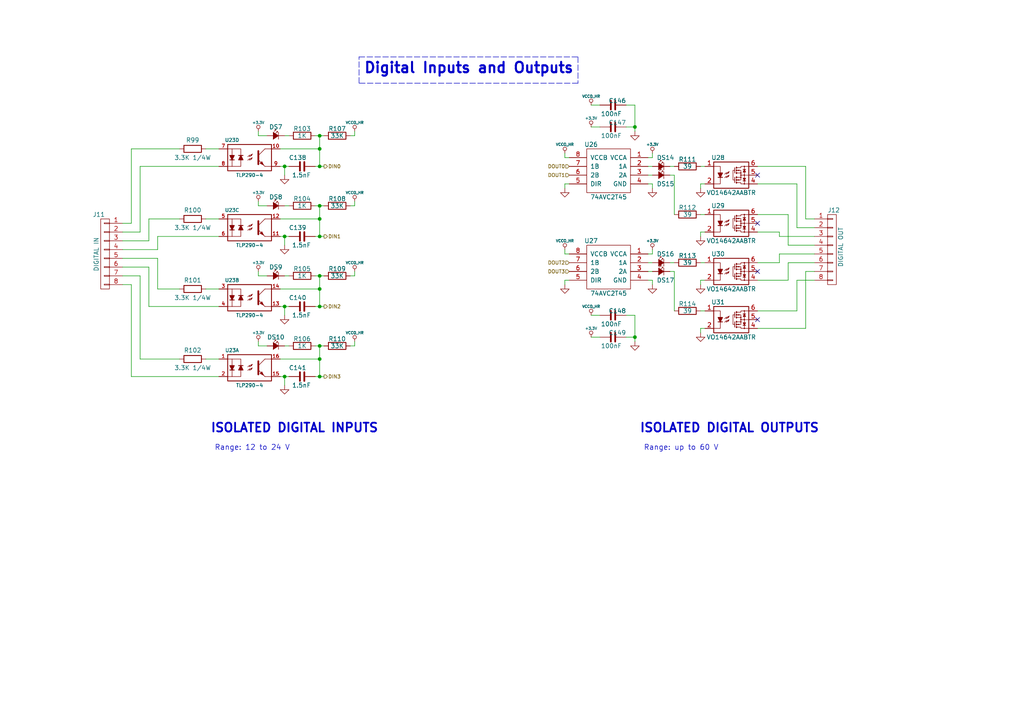
<source format=kicad_sch>
(kicad_sch (version 20231120) (generator "eeschema") (generator_version "8.0")
  (paper "A4")
  (title_block (title "CIAA-ACC Digital Inputs and Outputs") (date "2019-08-28") (rev "V1.4") (company "COMPUTADORA INDUSTRIAL ABIERTA ARGENTINA. CIAA-ACC (HPC)") (comment 1 "Authors: See 'doc/CHANGES.txt' file.      License: See 'doc/LICENCIA_CIAA_ACC.txt' file."))
  (lib_symbols
    (symbol "CIAA_ACC:+3.3V" (power) (pin_names (offset 1.016))
      (property "Value" "+3.3V" (at 0 2.286 0))
      (symbol "+3.3V_0_0"
        (pin power_in line (at 0 0 90) (length 0) hide (name "+3.3V") (number "1"))
      )
      (symbol "+3.3V_0_1"
        (polyline (pts (xy 0 0) (xy 0 0.762) (xy 0 0.762) (xy 0 0.762)))
        (circle (center 0 1.27) (radius 0.508))
      )
    )
    (symbol "CIAA_ACC:74AVC2T45" (pin_names (offset 1.016))
      (property "Reference" "U" (at -5.08 5.08 0))
      (property "Value" "74AVC2T45" (at 0 -10.16 0))
      (symbol "74AVC2T45_0_1"
        (rectangle (start -6.35 3.81) (end 6.35 -8.89))
      )
      (symbol "74AVC2T45_1_1"
        (pin power_in line (at -11.43 1.27 0) (length 5.08) (name "VCCA") (number "1"))
        (pin bidirectional line (at -11.43 -1.27 0) (length 5.08) (name "1A") (number "2"))
        (pin bidirectional line (at -11.43 -3.81 0) (length 5.08) (name "2A") (number "3"))
        (pin power_in line (at -11.43 -6.35 0) (length 5.08) (name "GND") (number "4"))
        (pin input line (at 11.43 -6.35 180) (length 5.08) (name "DIR") (number "5"))
        (pin bidirectional line (at 11.43 -3.81 180) (length 5.08) (name "2B") (number "6"))
        (pin bidirectional line (at 11.43 -1.27 180) (length 5.08) (name "1B") (number "7"))
        (pin power_in line (at 11.43 1.27 180) (length 5.08) (name "VCCB") (number "8"))
      )
    )
    (symbol "CIAA_ACC:C" (pin_numbers hide) (pin_names (offset 0.254))
      (property "Reference" "C" (at 0.635 2.54 0))
      (property "Value" "C" (at 0.635 -2.54 0))
      (symbol "C_0_1"
        (polyline (pts (xy -1.27 -0.635) (xy 1.27 -0.635)) (stroke (width 0.508)))
        (polyline (pts (xy -1.27 0.635) (xy 1.27 0.635)) (stroke (width 0.508)))
        (polyline (pts (xy 0 -1.016) (xy 0 -0.635)))
        (polyline (pts (xy 0 1.016) (xy 0 0.635)))
      )
      (symbol "C_1_1"
        (pin passive line (at 0 3.81 270) (length 2.794) (name "~") (number "1"))
        (pin passive line (at 0 -3.81 90) (length 2.794) (name "~") (number "2"))
      )
    )
    (symbol "CIAA_ACC:CONN_01X08" (pin_names (offset 1.016) hide)
      (property "Reference" "J" (at 0 11.43 0))
      (property "Value" "CONN_01X08" (at 2.54 0 90))
      (symbol "CONN_01X08_0_1"
        (rectangle (start -1.27 -10.16) (end 1.27 10.16))
        (rectangle (start -1.27 -8.763) (end 0.254 -9.017))
        (rectangle (start -1.27 -6.223) (end 0.254 -6.477))
        (rectangle (start -1.27 -3.683) (end 0.254 -3.937))
        (rectangle (start -1.27 -1.143) (end 0.254 -1.397))
        (rectangle (start -1.27 1.397) (end 0.254 1.143))
        (rectangle (start -1.27 3.937) (end 0.254 3.683))
        (rectangle (start -1.27 6.477) (end 0.254 6.223))
        (rectangle (start -1.27 9.017) (end 0.254 8.763))
      )
      (symbol "CONN_01X08_1_1"
        (pin passive line (at -5.08 8.89 0) (length 3.81) (name "P1") (number "1"))
        (pin passive line (at -5.08 6.35 0) (length 3.81) (name "P2") (number "2"))
        (pin passive line (at -5.08 3.81 0) (length 3.81) (name "P3") (number "3"))
        (pin passive line (at -5.08 1.27 0) (length 3.81) (name "P4") (number "4"))
        (pin passive line (at -5.08 -1.27 0) (length 3.81) (name "P5") (number "5"))
        (pin passive line (at -5.08 -3.81 0) (length 3.81) (name "P6") (number "6"))
        (pin passive line (at -5.08 -6.35 0) (length 3.81) (name "P7") (number "7"))
        (pin passive line (at -5.08 -8.89 0) (length 3.81) (name "P8") (number "8"))
      )
    )
    (symbol "CIAA_ACC:GND" (power) (pin_names (offset 0))
      (property "Value" "GND" (at 0 -3.81 0))
      (symbol "GND_0_1"
        (polyline (pts (xy 0 0) (xy 0 -1.27) (xy 1.27 -1.27) (xy 0 -2.54) (xy -1.27 -1.27) (xy 0 -1.27)))
      )
      (symbol "GND_1_1"
        (pin power_in line (at 0 0 270) (length 0) hide (name "GND") (number "1"))
      )
    )
    (symbol "CIAA_ACC:LED" (pin_numbers hide) (pin_names (offset 0.254) hide)
      (property "Reference" "DS" (at -1.27 3.175 0))
      (property "Value" "LED" (at -1.27 -2.54 0))
      (symbol "LED_0_1"
        (polyline (pts (xy -0.762 -1.016) (xy -0.762 1.016)))
        (polyline (pts (xy 0.762 -1.016) (xy -0.762 0) (xy 0.762 1.016) (xy 0.762 -1.016)) (fill (type outline)))
        (polyline (pts (xy 0 0.762) (xy -0.508 1.27) (xy -0.254 1.27) (xy -0.508 1.27) (xy -0.508 1.016)))
        (polyline (pts (xy 0.508 1.27) (xy 0 1.778) (xy 0.254 1.778) (xy 0 1.778) (xy 0 1.524)))
      )
      (symbol "LED_1_1"
        (pin passive line (at 2.54 0 180) (length 1.778) (name "A") (number "1"))
        (pin passive line (at -2.54 0 0) (length 1.778) (name "K") (number "2"))
      )
    )
    (symbol "CIAA_ACC:R" (pin_numbers hide) (pin_names (offset 0))
      (property "Reference" "R" (at 2.032 0 90))
      (property "Value" "R" (at 0 0 90))
      (symbol "R_0_1"
        (rectangle (start -1.016 -2.54) (end 1.016 2.54) (stroke (width 0.254)))
      )
      (symbol "R_1_1"
        (pin passive line (at 0 3.81 270) (length 1.27) (name "~") (number "1"))
        (pin passive line (at 0 -3.81 90) (length 1.27) (name "~") (number "2"))
      )
    )
    (symbol "CIAA_ACC:SSR" (pin_names (offset 1.016))
      (property "Reference" "U" (at -5.08 5.08 0))
      (property "Value" "SSR" (at -1.27 -5.08 0))
      (symbol "SSR_0_1"
        (rectangle (start -5.08 3.81) (end 5.08 -3.81) (stroke (width 0.254)))
        (polyline (pts (xy -3.81 -0.635) (xy -2.54 -0.635)) (stroke (width 0.254)))
        (polyline (pts (xy 1.016 -0.635) (xy 1.016 -2.159)) (stroke (width 0.2032)))
        (polyline (pts (xy 1.016 2.159) (xy 1.016 0.635)) (stroke (width 0.2032)))
        (polyline (pts (xy 1.524 -0.508) (xy 1.524 -0.762)) (stroke (width 0.3556)))
        (polyline (pts (xy 2.794 0) (xy 3.81 0)))
        (polyline (pts (xy 3.429 -1.651) (xy 4.191 -1.651)) (stroke (width 0.2032)))
        (polyline (pts (xy 3.429 1.651) (xy 4.191 1.651)) (stroke (width 0.2032)))
        (polyline (pts (xy 3.81 0) (xy 3.81 -2.54)))
        (polyline (pts (xy 3.81 0) (xy 3.81 2.54)))
        (polyline (pts (xy 5.08 0) (xy 3.81 0)) (stroke (width 0.127)))
        (polyline (pts (xy -5.08 2.54) (xy -3.175 2.54) (xy -3.175 0.635)))
        (polyline (pts (xy -3.175 -0.635) (xy -3.175 -2.54) (xy -5.08 -2.54)))
        (polyline (pts (xy 1.524 -2.032) (xy 1.524 -2.286) (xy 1.524 -2.286)) (stroke (width 0.3556)))
        (polyline (pts (xy 1.524 -1.27) (xy 1.524 -1.524) (xy 1.524 -1.524)) (stroke (width 0.3556)))
        (polyline (pts (xy 1.524 0.762) (xy 1.524 0.508) (xy 1.524 0.508)) (stroke (width 0.3556)))
        (polyline (pts (xy 1.524 1.524) (xy 1.524 1.27) (xy 1.524 1.27)) (stroke (width 0.3556)))
        (polyline (pts (xy 1.524 2.286) (xy 1.524 2.032) (xy 1.524 2.032)) (stroke (width 0.3556)))
        (polyline (pts (xy 1.651 -1.397) (xy 2.794 -1.397) (xy 2.794 -0.635)))
        (polyline (pts (xy 1.651 1.397) (xy 2.794 1.397) (xy 2.794 0.635)))
        (polyline (pts (xy -3.175 -0.635) (xy -3.81 0.635) (xy -2.54 0.635) (xy -3.175 -0.635)) (stroke (width 0.254)) (fill (type outline)))
        (polyline (pts (xy -1.905 0.254) (xy -1.3716 0.762) (xy -1.3716 0.254) (xy -0.6096 1.016)))
        (polyline (pts (xy -0.6096 1.016) (xy -1.1176 0.762) (xy -0.8636 0.508) (xy -0.6096 1.016)))
        (polyline (pts (xy 1.016 -1.397) (xy 0.508 -1.397) (xy 0.508 1.397) (xy 1.016 1.397)))
        (polyline (pts (xy 1.651 -2.159) (xy 2.794 -2.159) (xy 2.794 -2.54) (xy 5.08 -2.54)))
        (polyline (pts (xy 1.651 -0.635) (xy 2.794 -0.635) (xy 2.794 0.635) (xy 1.651 0.635)))
        (polyline (pts (xy 1.651 2.159) (xy 2.794 2.159) (xy 2.794 2.54) (xy 5.08 2.54)))
        (polyline (pts (xy 1.778 -1.397) (xy 2.286 -1.27) (xy 2.286 -1.524) (xy 1.778 -1.397)))
        (polyline (pts (xy 1.778 1.397) (xy 2.286 1.524) (xy 2.286 1.27) (xy 1.778 1.397)))
        (polyline (pts (xy 3.81 -1.651) (xy 3.429 -0.889) (xy 4.191 -0.889) (xy 3.81 -1.651)) (fill (type outline)))
        (polyline (pts (xy 3.81 1.651) (xy 3.429 0.889) (xy 4.191 0.889) (xy 3.81 1.651)) (fill (type outline)))
        (polyline (pts (xy -1.905 -0.762) (xy -1.3716 -0.254) (xy -1.3716 -0.762) (xy -0.6096 0) (xy -1.1176 -0.254) (xy -0.8636 -0.508) (xy -0.6096 0)))
        (circle (center 2.794 -0.635) (radius 0.127))
        (circle (center 2.794 0) (radius 0.127))
        (circle (center 2.794 0.635) (radius 0.127))
        (circle (center 3.81 -2.54) (radius 0.127))
        (circle (center 3.81 0) (radius 0.127))
        (circle (center 3.81 2.54) (radius 0.127))
      )
      (symbol "SSR_1_1"
        (pin passive line (at -7.62 2.54 0) (length 2.54) (name "~") (number "1"))
        (pin passive line (at -7.62 -2.54 0) (length 2.54) (name "~") (number "2"))
        (pin passive line (at 7.62 -2.54 180) (length 2.54) (name "~") (number "4"))
        (pin passive line (at 7.62 0 180) (length 2.54) (name "~") (number "5"))
        (pin passive line (at 7.62 2.54 180) (length 2.54) (name "~") (number "6"))
      )
    )
    (symbol "CIAA_ACC:TLP290-4" (pin_names (offset 1.016))
      (property "Reference" "U" (at -4.7752 4.5212 0))
      (property "Value" "TLP290-4" (at 2.5146 -4.6736 0))
      (symbol "TLP290-4_0_1"
        (rectangle (start -6.35 3.81) (end 6.35 -3.81) (stroke (width 0.254)))
        (polyline (pts (xy -5.715 -0.635) (xy -4.445 -0.635)) (stroke (width 0.254)))
        (polyline (pts (xy -5.08 -2.54) (xy -5.08 2.54)))
        (polyline (pts (xy -1.905 0.635) (xy -3.175 0.635)) (stroke (width 0.254)))
        (polyline (pts (xy 2.54 0.635) (xy 4.445 2.54)))
        (polyline (pts (xy 4.445 -2.54) (xy 2.54 -0.635)) (fill (type outline)))
        (polyline (pts (xy 4.445 -2.54) (xy 6.35 -2.54)))
        (polyline (pts (xy 4.445 2.54) (xy 6.35 2.54)))
        (polyline (pts (xy 2.54 1.905) (xy 2.54 -1.905) (xy 2.54 -1.905)) (stroke (width 0.508)))
        (polyline (pts (xy -6.35 2.54) (xy -2.54 2.54) (xy -2.54 -2.54) (xy -6.35 -2.54)))
        (polyline (pts (xy -5.08 -0.635) (xy -5.715 0.635) (xy -4.445 0.635) (xy -5.08 -0.635)) (stroke (width 0.254)) (fill (type outline)))
        (polyline (pts (xy -2.54 0.635) (xy -1.905 -0.635) (xy -3.175 -0.635) (xy -2.54 0.635)) (stroke (width 0.254)) (fill (type outline)))
        (polyline (pts (xy -0.508 0.254) (xy 0.0254 0.762) (xy 0.0254 0.254) (xy 0.7874 1.016)))
        (polyline (pts (xy 0.7874 1.016) (xy 0.2794 0.762) (xy 0.5334 0.508) (xy 0.7874 1.016)))
        (polyline (pts (xy 3.048 -1.651) (xy 3.556 -1.143) (xy 4.064 -2.159) (xy 3.048 -1.651) (xy 3.048 -1.651)) (fill (type outline)))
        (polyline (pts (xy -0.508 -0.762) (xy 0.0254 -0.254) (xy 0.0254 -0.762) (xy 0.7874 0) (xy 0.2794 -0.254) (xy 0.5334 -0.508) (xy 0.7874 0)))
      )
      (symbol "TLP290-4_1_1"
        (pin passive line (at -8.89 2.54 0) (length 2.54) (name "~") (number "1"))
        (pin passive line (at 8.89 -2.54 180) (length 2.54) (name "~") (number "15"))
        (pin passive line (at 8.89 2.54 180) (length 2.54) (name "~") (number "16"))
        (pin passive line (at -8.89 -2.54 0) (length 2.54) (name "~") (number "2"))
      )
      (symbol "TLP290-4_2_1"
        (pin passive line (at 8.89 -2.54 180) (length 2.54) (name "~") (number "13"))
        (pin passive line (at 8.89 2.54 180) (length 2.54) (name "~") (number "14"))
        (pin passive line (at -8.89 2.54 0) (length 2.54) (name "~") (number "3"))
        (pin passive line (at -8.89 -2.54 0) (length 2.54) (name "~") (number "4"))
      )
      (symbol "TLP290-4_3_1"
        (pin passive line (at 8.89 -2.54 180) (length 2.54) (name "~") (number "11"))
        (pin passive line (at 8.89 2.54 180) (length 2.54) (name "~") (number "12"))
        (pin passive line (at -8.89 2.54 0) (length 2.54) (name "~") (number "5"))
        (pin passive line (at -8.89 -2.54 0) (length 2.54) (name "~") (number "6"))
      )
      (symbol "TLP290-4_4_1"
        (pin passive line (at 8.89 2.54 180) (length 2.54) (name "~") (number "10"))
        (pin passive line (at -8.89 2.54 0) (length 2.54) (name "~") (number "7"))
        (pin passive line (at -8.89 -2.54 0) (length 2.54) (name "~") (number "8"))
        (pin passive line (at 8.89 -2.54 180) (length 2.54) (name "~") (number "9"))
      )
    )
    (symbol "CIAA_ACC:VCCO_HR" (power) (pin_names (offset 1.016))
      (property "Value" "VCCO_HR" (at 0 2.286 0))
      (symbol "VCCO_HR_0_0"
        (pin power_in line (at 0 0 90) (length 0) hide (name "VCCO_HR") (number "1"))
      )
      (symbol "VCCO_HR_0_1"
        (polyline (pts (xy 0 0) (xy 0 0.762) (xy 0 0.762) (xy 0 0.762)))
        (circle (center 0 1.27) (radius 0.508))
      )
    )
  )
  (junction (at 92.71 80.01))
  (junction (at 92.71 104.14))
  (junction (at 82.55 109.22))
  (junction (at 92.71 63.5))
  (junction (at 82.55 48.26))
  (junction (at 184.15 36.83))
  (junction (at 92.71 48.26))
  (junction (at 92.71 100.33))
  (junction (at 92.71 43.18))
  (junction (at 184.15 97.79))
  (junction (at 92.71 59.69))
  (junction (at 92.71 109.22))
  (junction (at 92.71 68.58))
  (junction (at 82.55 68.58))
  (junction (at 82.55 88.9))
  (junction (at 92.71 39.37))
  (junction (at 92.71 88.9))
  (junction (at 92.71 83.82))
  (no_connect (at 219.71 78.74))
  (no_connect (at 219.71 92.71))
  (no_connect (at 219.71 50.8))
  (no_connect (at 219.71 64.77))
  (wire (pts (xy 173.99 91.44) (xy 171.45 91.44)))
  (wire (pts (xy 231.14 66.04) (xy 236.22 66.04)))
  (wire (pts (xy 233.68 78.74) (xy 233.68 95.25)))
  (wire (pts (xy 184.15 91.44) (xy 184.15 97.79)))
  (wire (pts (xy 77.47 100.33) (xy 74.93 100.33)))
  (wire (pts (xy 204.47 90.17) (xy 203.2 90.17)))
  (wire (pts (xy 92.71 109.22) (xy 93.98 109.22)))
  (wire (pts (xy 82.55 109.22) (xy 83.82 109.22)))
  (wire (pts (xy 92.71 43.18) (xy 92.71 48.26)))
  (wire (pts (xy 92.71 83.82) (xy 92.71 88.9)))
  (wire (pts (xy 184.15 30.48) (xy 184.15 36.83)))
  (wire (pts (xy 77.47 80.01) (xy 74.93 80.01)))
  (wire (pts (xy 173.99 30.48) (xy 171.45 30.48)))
  (wire (pts (xy 92.71 63.5) (xy 92.71 68.58)))
  (wire (pts (xy 83.82 100.33) (xy 82.55 100.33)))
  (wire (pts (xy 63.5 48.26) (xy 40.64 48.26)))
  (wire (pts (xy 40.64 48.26) (xy 40.64 67.31)))
  (wire (pts (xy 101.6 80.01) (xy 102.87 80.01)))
  (wire (pts (xy 228.6 71.12) (xy 236.22 71.12)))
  (wire (pts (xy 165.1 45.72) (xy 163.83 45.72)))
  (wire (pts (xy 92.71 100.33) (xy 93.98 100.33)))
  (wire (pts (xy 43.18 88.9) (xy 63.5 88.9)))
  (wire (pts (xy 189.23 76.2) (xy 187.96 76.2)))
  (wire (pts (xy 189.23 81.28) (xy 187.96 81.28)))
  (wire (pts (xy 45.72 72.39) (xy 35.56 72.39)))
  (wire (pts (xy 204.47 53.34) (xy 203.2 53.34)))
  (wire (pts (xy 102.87 100.33) (xy 102.87 99.06)))
  (wire (pts (xy 35.56 82.55) (xy 38.1 82.55)))
  (wire (pts (xy 92.71 80.01) (xy 93.98 80.01)))
  (wire (pts (xy 189.23 50.8) (xy 187.96 50.8)))
  (wire (pts (xy 91.44 100.33) (xy 92.71 100.33)))
  (wire (pts (xy 204.47 76.2) (xy 203.2 76.2)))
  (wire (pts (xy 231.14 81.28) (xy 231.14 90.17)))
  (wire (pts (xy 233.68 78.74) (xy 236.22 78.74)))
  (wire (pts (xy 194.31 78.74) (xy 195.58 78.74)))
  (wire (pts (xy 189.23 82.55) (xy 189.23 81.28)))
  (wire (pts (xy 74.93 100.33) (xy 74.93 99.06)))
  (wire (pts (xy 226.06 68.58) (xy 236.22 68.58)))
  (wire (pts (xy 219.71 67.31) (xy 226.06 67.31)))
  (wire (pts (xy 92.71 39.37) (xy 93.98 39.37)))
  (wire (pts (xy 204.47 62.23) (xy 203.2 62.23)))
  (wire (pts (xy 173.99 36.83) (xy 171.45 36.83)))
  (wire (pts (xy 40.64 104.14) (xy 40.64 80.01)))
  (wire (pts (xy 101.6 59.69) (xy 102.87 59.69)))
  (wire (pts (xy 203.2 81.28) (xy 203.2 82.55)))
  (wire (pts (xy 189.23 54.61) (xy 189.23 53.34)))
  (wire (pts (xy 163.83 53.34) (xy 163.83 54.61)))
  (wire (pts (xy 92.71 59.69) (xy 93.98 59.69)))
  (wire (pts (xy 63.5 68.58) (xy 45.72 68.58)))
  (wire (pts (xy 38.1 43.18) (xy 38.1 64.77)))
  (wire (pts (xy 181.61 30.48) (xy 184.15 30.48)))
  (wire (pts (xy 83.82 39.37) (xy 82.55 39.37)))
  (wire (pts (xy 92.71 39.37) (xy 92.71 43.18)))
  (wire (pts (xy 228.6 76.2) (xy 236.22 76.2)))
  (wire (pts (xy 45.72 74.93) (xy 45.72 83.82)))
  (wire (pts (xy 40.64 67.31) (xy 35.56 67.31)))
  (wire (pts (xy 102.87 59.69) (xy 102.87 58.42)))
  (polyline (pts (xy 167.64 16.51) (xy 167.64 24.13)) (stroke (width 0) (type dash)))
  (wire (pts (xy 203.2 95.25) (xy 203.2 96.52)))
  (polyline (pts (xy 104.14 16.51) (xy 167.64 16.51)) (stroke (width 0) (type dash)))
  (wire (pts (xy 194.31 76.2) (xy 195.58 76.2)))
  (wire (pts (xy 184.15 97.79) (xy 184.15 99.06)))
  (wire (pts (xy 59.69 43.18) (xy 63.5 43.18)))
  (wire (pts (xy 163.83 81.28) (xy 163.83 82.55)))
  (wire (pts (xy 35.56 74.93) (xy 45.72 74.93)))
  (wire (pts (xy 91.44 88.9) (xy 92.71 88.9)))
  (wire (pts (xy 92.71 80.01) (xy 92.71 83.82)))
  (wire (pts (xy 236.22 81.28) (xy 231.14 81.28)))
  (wire (pts (xy 194.31 48.26) (xy 195.58 48.26)))
  (wire (pts (xy 194.31 50.8) (xy 195.58 50.8)))
  (wire (pts (xy 195.58 78.74) (xy 195.58 90.17)))
  (wire (pts (xy 91.44 109.22) (xy 92.71 109.22)))
  (wire (pts (xy 92.71 104.14) (xy 92.71 109.22)))
  (wire (pts (xy 102.87 39.37) (xy 102.87 38.1)))
  (wire (pts (xy 92.71 48.26) (xy 93.98 48.26)))
  (wire (pts (xy 181.61 97.79) (xy 184.15 97.79)))
  (wire (pts (xy 204.47 48.26) (xy 203.2 48.26)))
  (wire (pts (xy 81.28 48.26) (xy 82.55 48.26)))
  (wire (pts (xy 40.64 80.01) (xy 35.56 80.01)))
  (wire (pts (xy 189.23 45.72) (xy 187.96 45.72)))
  (wire (pts (xy 219.71 90.17) (xy 231.14 90.17)))
  (wire (pts (xy 189.23 72.39) (xy 189.23 73.66)))
  (wire (pts (xy 219.71 48.26) (xy 233.68 48.26)))
  (wire (pts (xy 35.56 77.47) (xy 43.18 77.47)))
  (wire (pts (xy 92.71 100.33) (xy 92.71 104.14)))
  (polyline (pts (xy 167.64 24.13) (xy 104.14 24.13)) (stroke (width 0) (type dash)))
  (wire (pts (xy 163.83 45.72) (xy 163.83 44.45)))
  (wire (pts (xy 82.55 88.9) (xy 83.82 88.9)))
  (wire (pts (xy 81.28 83.82) (xy 92.71 83.82)))
  (wire (pts (xy 82.55 68.58) (xy 83.82 68.58)))
  (wire (pts (xy 101.6 39.37) (xy 102.87 39.37)))
  (wire (pts (xy 45.72 68.58) (xy 45.72 72.39)))
  (wire (pts (xy 219.71 53.34) (xy 231.14 53.34)))
  (wire (pts (xy 38.1 64.77) (xy 35.56 64.77)))
  (wire (pts (xy 195.58 50.8) (xy 195.58 62.23)))
  (wire (pts (xy 82.55 71.12) (xy 82.55 68.58)))
  (polyline (pts (xy 104.14 24.13) (xy 104.14 16.51)) (stroke (width 0) (type dash)))
  (wire (pts (xy 91.44 48.26) (xy 92.71 48.26)))
  (wire (pts (xy 228.6 62.23) (xy 228.6 71.12)))
  (wire (pts (xy 91.44 80.01) (xy 92.71 80.01)))
  (wire (pts (xy 83.82 59.69) (xy 82.55 59.69)))
  (wire (pts (xy 45.72 83.82) (xy 52.07 83.82)))
  (wire (pts (xy 82.55 50.8) (xy 82.55 48.26)))
  (wire (pts (xy 52.07 104.14) (xy 40.64 104.14)))
  (wire (pts (xy 92.71 88.9) (xy 93.98 88.9)))
  (wire (pts (xy 226.06 67.31) (xy 226.06 68.58)))
  (wire (pts (xy 204.47 67.31) (xy 203.2 67.31)))
  (wire (pts (xy 63.5 83.82) (xy 59.69 83.82)))
  (wire (pts (xy 203.2 67.31) (xy 203.2 68.58)))
  (wire (pts (xy 233.68 95.25) (xy 219.71 95.25)))
  (wire (pts (xy 204.47 81.28) (xy 203.2 81.28)))
  (wire (pts (xy 43.18 77.47) (xy 43.18 88.9)))
  (wire (pts (xy 189.23 73.66) (xy 187.96 73.66)))
  (wire (pts (xy 91.44 68.58) (xy 92.71 68.58)))
  (wire (pts (xy 74.93 59.69) (xy 74.93 58.42)))
  (wire (pts (xy 233.68 48.26) (xy 233.68 63.5)))
  (wire (pts (xy 173.99 97.79) (xy 171.45 97.79)))
  (wire (pts (xy 63.5 104.14) (xy 59.69 104.14)))
  (wire (pts (xy 81.28 43.18) (xy 92.71 43.18)))
  (wire (pts (xy 189.23 53.34) (xy 187.96 53.34)))
  (wire (pts (xy 187.96 78.74) (xy 189.23 78.74)))
  (wire (pts (xy 219.71 81.28) (xy 228.6 81.28)))
  (wire (pts (xy 77.47 39.37) (xy 74.93 39.37)))
  (wire (pts (xy 81.28 68.58) (xy 82.55 68.58)))
  (wire (pts (xy 74.93 39.37) (xy 74.93 38.1)))
  (wire (pts (xy 165.1 81.28) (xy 163.83 81.28)))
  (wire (pts (xy 203.2 53.34) (xy 203.2 54.61)))
  (wire (pts (xy 101.6 100.33) (xy 102.87 100.33)))
  (wire (pts (xy 189.23 48.26) (xy 187.96 48.26)))
  (wire (pts (xy 226.06 73.66) (xy 236.22 73.66)))
  (wire (pts (xy 163.83 73.66) (xy 163.83 72.39)))
  (wire (pts (xy 38.1 82.55) (xy 38.1 109.22)))
  (wire (pts (xy 226.06 76.2) (xy 226.06 73.66)))
  (wire (pts (xy 219.71 62.23) (xy 228.6 62.23)))
  (wire (pts (xy 204.47 95.25) (xy 203.2 95.25)))
  (wire (pts (xy 81.28 88.9) (xy 82.55 88.9)))
  (wire (pts (xy 43.18 63.5) (xy 52.07 63.5)))
  (wire (pts (xy 43.18 63.5) (xy 43.18 69.85)))
  (wire (pts (xy 181.61 36.83) (xy 184.15 36.83)))
  (wire (pts (xy 82.55 48.26) (xy 83.82 48.26)))
  (wire (pts (xy 92.71 68.58) (xy 93.98 68.58)))
  (wire (pts (xy 81.28 63.5) (xy 92.71 63.5)))
  (wire (pts (xy 52.07 43.18) (xy 38.1 43.18)))
  (wire (pts (xy 189.23 44.45) (xy 189.23 45.72)))
  (wire (pts (xy 59.69 63.5) (xy 63.5 63.5)))
  (wire (pts (xy 81.28 109.22) (xy 82.55 109.22)))
  (wire (pts (xy 231.14 53.34) (xy 231.14 66.04)))
  (wire (pts (xy 91.44 39.37) (xy 92.71 39.37)))
  (wire (pts (xy 184.15 36.83) (xy 184.15 38.1)))
  (wire (pts (xy 82.55 111.76) (xy 82.55 109.22)))
  (wire (pts (xy 181.61 91.44) (xy 184.15 91.44)))
  (wire (pts (xy 228.6 81.28) (xy 228.6 76.2)))
  (wire (pts (xy 38.1 109.22) (xy 63.5 109.22)))
  (wire (pts (xy 165.1 73.66) (xy 163.83 73.66)))
  (wire (pts (xy 43.18 69.85) (xy 35.56 69.85)))
  (wire (pts (xy 82.55 91.44) (xy 82.55 88.9)))
  (wire (pts (xy 102.87 80.01) (xy 102.87 78.74)))
  (wire (pts (xy 165.1 53.34) (xy 163.83 53.34)))
  (wire (pts (xy 219.71 76.2) (xy 226.06 76.2)))
  (wire (pts (xy 83.82 80.01) (xy 82.55 80.01)))
  (wire (pts (xy 233.68 63.5) (xy 236.22 63.5)))
  (wire (pts (xy 74.93 80.01) (xy 74.93 78.74)))
  (wire (pts (xy 91.44 59.69) (xy 92.71 59.69)))
  (wire (pts (xy 92.71 59.69) (xy 92.71 63.5)))
  (wire (pts (xy 77.47 59.69) (xy 74.93 59.69)))
  (wire (pts (xy 81.28 104.14) (xy 92.71 104.14)))
  (text "Range: 12 to 24 V" (at 62.23 130.81 0) (effects (font (size 1.524 1.524)) (justify left bottom)))
  (text "Digital Inputs and Outputs" (at 105.41 21.59 0) (effects (font (size 2.9972 2.9972) (thickness 0.5994) (bold yes)) (justify left bottom)))
  (text "ISOLATED DIGITAL INPUTS" (at 60.96 125.73 0) (effects (font (size 2.54 2.54) (thickness 0.508) (bold yes)) (justify left bottom)))
  (text "Range: up to 60 V" (at 186.69 130.81 0) (effects (font (size 1.524 1.524)) (justify left bottom)))
  (text "ISOLATED DIGITAL OUTPUTS" (at 185.42 125.73 0) (effects (font (size 2.54 2.54) (thickness 0.508) (bold yes)) (justify left bottom)))
  (hierarchical_label "DOUT3" (shape input) (at 165.1 78.74 180) (effects (font (size 1.016 1.016))))
  (hierarchical_label "DOUT0" (shape input) (at 165.1 48.26 180) (effects (font (size 1.016 1.016))))
  (hierarchical_label "DIN2" (shape output) (at 93.98 88.9 0) (effects (font (size 1.016 1.016))))
  (hierarchical_label "DIN3" (shape output) (at 93.98 109.22 0) (effects (font (size 1.016 1.016))))
  (hierarchical_label "DIN1" (shape output) (at 93.98 68.58 0) (effects (font (size 1.016 1.016))))
  (hierarchical_label "DIN0" (shape output) (at 93.98 48.26 0) (effects (font (size 1.016 1.016))))
  (hierarchical_label "DOUT1" (shape input) (at 165.1 50.8 180) (effects (font (size 1.016 1.016))))
  (hierarchical_label "DOUT2" (shape input) (at 165.1 76.2 180) (effects (font (size 1.016 1.016))))
  (symbol (lib_id "CIAA_ACC:SSR") (at 212.09 64.77 0) (unit 1)
    (property "Reference" "U29" (at 208.28 59.69 0))
    (property "Value" "VO14642AABTR" (at 212.09 69.85 0))
    (property "Footprint" "soic-sop-tssop:DIP-6-SMD" (effects (hide yes)))
    (property "Description" "RELAY SSR SPST-NO 2A 60V 6SMD" (effects (hide yes)))
    (property "Manf" "Vishay" (effects (hide yes)))
    (property "Manf#" "VO14642AABTR" (effects (hide yes)))
    (property "Digikey#" "VO14642AABCT-ND" (effects (hide yes)))
  )
  (symbol (lib_id "CIAA_ACC:LED") (at 80.01 39.37 0) (mirror y) (unit 1)
    (property "Reference" "DS7" (at 80.01 36.83 0))
    (property "Value" "LED" (effects (hide yes)))
    (property "Footprint" "misc:LED-0603" (effects (hide yes)))
    (property "Description" "LED RED CLEAR 0603 SMD" (effects (hide yes)))
    (property "Manf" "Everlight" (effects (hide yes)))
    (property "Manf#" "QTLP600C7TR" (effects (hide yes)))
    (property "Digikey#" "1080-1400-1-ND" (effects (hide yes)))
  )
  (symbol (lib_id "CIAA_ACC:R") (at 87.63 39.37 90) (unit 1)
    (property "Reference" "R103" (at 87.63 37.338 90))
    (property "Value" "1K" (at 87.63 39.37 90))
    (property "Footprint" "chip_rlc:r_0402" (effects (hide yes)))
    (property "Description" "RES SMD 1K OHM 5% 1/16W 0402" (effects (hide yes)))
    (property "Manf" "Yageo" (effects (hide yes)))
    (property "Manf#" "RC0402JR-071KL" (effects (hide yes)))
    (property "Digikey#" "311-1.0KJRCT-ND" (effects (hide yes)))
  )
  (symbol (lib_id "CIAA_ACC:R") (at 97.79 39.37 90) (unit 1)
    (property "Reference" "R107" (at 97.79 37.338 90))
    (property "Value" "33K" (at 97.79 39.37 90))
    (property "Footprint" "chip_rlc:r_0402" (effects (hide yes)))
    (property "Description" "RES SMD 33K OHM 5% 1/16W 0402" (effects (hide yes)))
    (property "Manf" "Yageo" (effects (hide yes)))
    (property "Manf#" "RC0402JR-0733KL" (effects (hide yes)))
    (property "Digikey#" "311-33KJRCT-ND" (effects (hide yes)))
  )
  (symbol (lib_id "CIAA_ACC:C") (at 87.63 48.26 90) (unit 1)
    (property "Reference" "C138" (at 88.9 45.72 90) (effects (justify left)))
    (property "Value" "1.5nF" (at 90.17 50.8 90) (effects (justify left)))
    (property "Footprint" "chip_rlc:c_0402" (effects (hide yes)))
    (property "Description" "CAP CER 1500PF 50V X7R 0402" (effects (hide yes)))
    (property "Manf" "Yageo" (effects (hide yes)))
    (property "Manf#" "CC0402KRX7R9BB152" (effects (hide yes)))
    (property "Digikey#" "311-1032-1-ND" (effects (hide yes)))
  )
  (symbol (lib_id "CIAA_ACC:+3.3V") (at 74.93 38.1 0) (unit 1)
    (property "Reference" "#PWR0276" (effects (hide yes)))
    (property "Value" "+3.3V" (at 74.93 35.56 0) (effects (font (size 0.762 0.762))))
  )
  (symbol (lib_id "CIAA_ACC:TLP290-4") (at 72.39 106.68 0) (unit 1)
    (property "Reference" "U23" (at 67.31 101.6 0) (effects (font (size 1.016 1.016))))
    (property "Value" "TLP290-4" (at 72.39 111.76 0) (effects (font (size 1.016 1.016))))
    (property "Footprint" "soic-sop-tssop:SOIC-16" (effects (hide yes)))
    (property "Description" "OPTOISOLTR 2.5KV 4CH TRANS 16-SO" (effects (hide yes)))
    (property "Manf" "Toshiba" (effects (hide yes)))
    (property "Manf#" "TLP290-4(TP,E" (effects (hide yes)))
    (property "Digikey#" "TLP290-4(TPECT-ND" (effects (hide yes)))
  )
  (symbol (lib_id "CIAA_ACC:TLP290-4") (at 72.39 86.36 0) (unit 2)
    (property "Reference" "U23" (at 67.31 81.28 0) (effects (font (size 1.016 1.016))))
    (property "Value" "TLP290-4" (at 72.39 91.44 0) (effects (font (size 1.016 1.016))))
    (property "Footprint" "soic-sop-tssop:SOIC-16" (effects (hide yes)))
    (property "Description" "OPTOISOLTR 2.5KV 4CH TRANS 16-SO" (effects (hide yes)))
    (property "Manf" "Toshiba" (effects (hide yes)))
    (property "Manf#" "TLP290-4(TP,E" (effects (hide yes)))
    (property "Digikey#" "TLP290-4(TPECT-ND" (effects (hide yes)))
  )
  (symbol (lib_id "CIAA_ACC:TLP290-4") (at 72.39 66.04 0) (unit 3)
    (property "Reference" "U23" (at 67.31 60.96 0) (effects (font (size 1.016 1.016))))
    (property "Value" "TLP290-4" (at 72.39 71.12 0) (effects (font (size 1.016 1.016))))
    (property "Footprint" "soic-sop-tssop:SOIC-16" (effects (hide yes)))
    (property "Description" "OPTOISOLTR 2.5KV 4CH TRANS 16-SO" (effects (hide yes)))
    (property "Manf" "Toshiba" (effects (hide yes)))
    (property "Manf#" "TLP290-4(TP,E" (effects (hide yes)))
    (property "Digikey#" "TLP290-4(TPECT-ND" (effects (hide yes)))
  )
  (symbol (lib_id "CIAA_ACC:TLP290-4") (at 72.39 45.72 0) (unit 4)
    (property "Reference" "U23" (at 67.31 40.64 0) (effects (font (size 1.016 1.016))))
    (property "Value" "TLP290-4" (at 72.39 50.8 0) (effects (font (size 1.016 1.016))))
    (property "Footprint" "soic-sop-tssop:SOIC-16" (effects (hide yes)))
    (property "Description" "OPTOISOLTR 2.5KV 4CH TRANS 16-SO" (effects (hide yes)))
    (property "Manf" "Toshiba" (effects (hide yes)))
    (property "Manf#" "TLP290-4(TP,E" (effects (hide yes)))
    (property "Digikey#" "TLP290-4(TPECT-ND" (effects (hide yes)))
  )
  (symbol (lib_id "CIAA_ACC:CONN_01X08") (at 30.48 73.66 0) (mirror y) (unit 1)
    (property "Reference" "J11" (at 30.48 62.23 0) (effects (justify left)))
    (property "Value" "DIGITAL IN" (at 27.94 78.74 90) (effects (justify left)))
    (property "Footprint" "conn:1770940" (effects (hide yes)))
    (property "Description" "CONN TERM BLK 8POS 2.5MM" (effects (hide yes)))
    (property "Manf" "Phoenix Contact" (effects (hide yes)))
    (property "Manf#" "1770940" (effects (hide yes)))
    (property "Digikey#" "277-2085-1-ND" (effects (hide yes)))
  )
  (symbol (lib_id "CIAA_ACC:CONN_01X08") (at 241.3 72.39 0) (unit 1)
    (property "Reference" "J12" (at 240.03 60.96 0) (effects (justify left)))
    (property "Value" "DIGITAL OUT" (at 243.84 77.47 90) (effects (justify left)))
    (property "Footprint" "conn:1770940" (effects (hide yes)))
    (property "Description" "CONN TERM BLK 8POS 2.5MM" (effects (hide yes)))
    (property "Manf" "Phoenix Contact" (effects (hide yes)))
    (property "Manf#" "1770940" (effects (hide yes)))
    (property "Digikey#" "277-2085-1-ND" (effects (hide yes)))
  )
  (symbol (lib_id "CIAA_ACC:SSR") (at 212.09 78.74 0) (unit 1)
    (property "Reference" "U30" (at 208.28 73.66 0))
    (property "Value" "VO14642AABTR" (at 212.09 83.82 0))
    (property "Footprint" "soic-sop-tssop:DIP-6-SMD" (effects (hide yes)))
    (property "Description" "RELAY SSR SPST-NO 2A 60V 6SMD" (effects (hide yes)))
    (property "Manf" "Vishay" (effects (hide yes)))
    (property "Manf#" "VO14642AABTR" (effects (hide yes)))
    (property "Digikey#" "VO14642AABCT-ND" (effects (hide yes)))
  )
  (symbol (lib_id "CIAA_ACC:SSR") (at 212.09 92.71 0) (unit 1)
    (property "Reference" "U31" (at 208.28 87.63 0))
    (property "Value" "VO14642AABTR" (at 212.09 97.79 0))
    (property "Footprint" "soic-sop-tssop:DIP-6-SMD" (effects (hide yes)))
    (property "Description" "RELAY SSR SPST-NO 2A 60V 6SMD" (effects (hide yes)))
    (property "Manf" "Vishay" (effects (hide yes)))
    (property "Manf#" "VO14642AABTR" (effects (hide yes)))
    (property "Digikey#" "VO14642AABCT-ND" (effects (hide yes)))
  )
  (symbol (lib_id "CIAA_ACC:SSR") (at 212.09 50.8 0) (unit 1)
    (property "Reference" "U28" (at 208.28 45.72 0))
    (property "Value" "VO14642AABTR" (at 212.09 55.88 0))
    (property "Footprint" "soic-sop-tssop:DIP-6-SMD" (effects (hide yes)))
    (property "Description" "RELAY SSR SPST-NO 2A 60V 6SMD" (effects (hide yes)))
    (property "Manf" "Vishay" (effects (hide yes)))
    (property "Manf#" "VO14642AABTR" (effects (hide yes)))
    (property "Digikey#" "VO14642AABCT-ND" (effects (hide yes)))
  )
  (symbol (lib_id "CIAA_ACC:R") (at 55.88 43.18 270) (unit 1)
    (property "Reference" "R99" (at 55.88 40.64 90))
    (property "Value" "3.3K 1/4W" (at 55.88 45.72 90))
    (property "Footprint" "chip_rlc:r_1206" (effects (hide yes)))
    (property "Description" "RES SMD 3.3K OHM 5% 1/4W 1206" (effects (hide yes)))
    (property "Manf" "Yageo" (effects (hide yes)))
    (property "Manf#" "RC1206JR-073K3L" (effects (hide yes)))
    (property "Digikey#" "311-3.3KERCT-ND" (effects (hide yes)))
  )
  (symbol (lib_id "CIAA_ACC:GND") (at 82.55 50.8 0) (unit 1)
    (property "Reference" "#PWR0277" (effects (hide yes)))
    (property "Value" "GND" (effects (hide yes)))
  )
  (symbol (lib_id "CIAA_ACC:LED") (at 80.01 100.33 0) (mirror y) (unit 1)
    (property "Reference" "DS10" (at 80.01 97.79 0))
    (property "Value" "LED" (effects (hide yes)))
    (property "Footprint" "misc:LED-0603" (effects (hide yes)))
    (property "Description" "LED RED CLEAR 0603 SMD" (effects (hide yes)))
    (property "Manf" "Everlight" (effects (hide yes)))
    (property "Manf#" "QTLP600C7TR" (effects (hide yes)))
    (property "Digikey#" "1080-1400-1-ND" (effects (hide yes)))
  )
  (symbol (lib_id "CIAA_ACC:R") (at 87.63 100.33 90) (unit 1)
    (property "Reference" "R106" (at 87.63 98.298 90))
    (property "Value" "1K" (at 87.63 100.33 90))
    (property "Footprint" "chip_rlc:r_0402" (effects (hide yes)))
    (property "Description" "RES SMD 1K OHM 5% 1/16W 0402" (effects (hide yes)))
    (property "Manf" "Yageo" (effects (hide yes)))
    (property "Manf#" "RC0402JR-071KL" (effects (hide yes)))
    (property "Digikey#" "311-1.0KJRCT-ND" (effects (hide yes)))
  )
  (symbol (lib_id "CIAA_ACC:R") (at 97.79 100.33 90) (unit 1)
    (property "Reference" "R110" (at 97.79 98.298 90))
    (property "Value" "33K" (at 97.79 100.33 90))
    (property "Footprint" "chip_rlc:r_0402" (effects (hide yes)))
    (property "Description" "RES SMD 33K OHM 5% 1/16W 0402" (effects (hide yes)))
    (property "Manf" "Yageo" (effects (hide yes)))
    (property "Manf#" "RC0402JR-0733KL" (effects (hide yes)))
    (property "Digikey#" "311-33KJRCT-ND" (effects (hide yes)))
  )
  (symbol (lib_id "CIAA_ACC:C") (at 87.63 109.22 90) (unit 1)
    (property "Reference" "C141" (at 88.9 106.68 90) (effects (justify left)))
    (property "Value" "1.5nF" (at 90.17 111.76 90) (effects (justify left)))
    (property "Footprint" "chip_rlc:c_0402" (effects (hide yes)))
    (property "Description" "CAP CER 1500PF 50V X7R 0402" (effects (hide yes)))
    (property "Manf" "Yageo" (effects (hide yes)))
    (property "Manf#" "CC0402KRX7R9BB152" (effects (hide yes)))
    (property "Digikey#" "311-1032-1-ND" (effects (hide yes)))
  )
  (symbol (lib_id "CIAA_ACC:+3.3V") (at 74.93 99.06 0) (unit 1)
    (property "Reference" "#PWR0278" (effects (hide yes)))
    (property "Value" "+3.3V" (at 74.93 96.52 0) (effects (font (size 0.762 0.762))))
  )
  (symbol (lib_id "CIAA_ACC:GND") (at 82.55 111.76 0) (unit 1)
    (property "Reference" "#PWR0279" (effects (hide yes)))
    (property "Value" "GND" (effects (hide yes)))
  )
  (symbol (lib_id "CIAA_ACC:LED") (at 80.01 59.69 0) (mirror y) (unit 1)
    (property "Reference" "DS8" (at 80.01 57.15 0))
    (property "Value" "LED" (effects (hide yes)))
    (property "Footprint" "misc:LED-0603" (effects (hide yes)))
    (property "Description" "LED RED CLEAR 0603 SMD" (effects (hide yes)))
    (property "Manf" "Everlight" (effects (hide yes)))
    (property "Manf#" "QTLP600C7TR" (effects (hide yes)))
    (property "Digikey#" "1080-1400-1-ND" (effects (hide yes)))
  )
  (symbol (lib_id "CIAA_ACC:R") (at 87.63 59.69 90) (unit 1)
    (property "Reference" "R104" (at 87.63 57.658 90))
    (property "Value" "1K" (at 87.63 59.69 90))
    (property "Footprint" "chip_rlc:r_0402" (effects (hide yes)))
    (property "Description" "RES SMD 1K OHM 5% 1/16W 0402" (effects (hide yes)))
    (property "Manf" "Yageo" (effects (hide yes)))
    (property "Manf#" "RC0402JR-071KL" (effects (hide yes)))
    (property "Digikey#" "311-1.0KJRCT-ND" (effects (hide yes)))
  )
  (symbol (lib_id "CIAA_ACC:R") (at 97.79 59.69 90) (unit 1)
    (property "Reference" "R108" (at 97.79 57.658 90))
    (property "Value" "33K" (at 97.79 59.69 90))
    (property "Footprint" "chip_rlc:r_0402" (effects (hide yes)))
    (property "Description" "RES SMD 33K OHM 5% 1/16W 0402" (effects (hide yes)))
    (property "Manf" "Yageo" (effects (hide yes)))
    (property "Manf#" "RC0402JR-0733KL" (effects (hide yes)))
    (property "Digikey#" "311-33KJRCT-ND" (effects (hide yes)))
  )
  (symbol (lib_id "CIAA_ACC:C") (at 87.63 68.58 90) (unit 1)
    (property "Reference" "C139" (at 88.9 66.04 90) (effects (justify left)))
    (property "Value" "1.5nF" (at 90.17 71.12 90) (effects (justify left)))
    (property "Footprint" "chip_rlc:c_0402" (effects (hide yes)))
    (property "Description" "CAP CER 1500PF 50V X7R 0402" (effects (hide yes)))
    (property "Manf" "Yageo" (effects (hide yes)))
    (property "Manf#" "CC0402KRX7R9BB152" (effects (hide yes)))
    (property "Digikey#" "311-1032-1-ND" (effects (hide yes)))
  )
  (symbol (lib_id "CIAA_ACC:+3.3V") (at 74.93 58.42 0) (unit 1)
    (property "Reference" "#PWR0280" (effects (hide yes)))
    (property "Value" "+3.3V" (at 74.93 55.88 0) (effects (font (size 0.762 0.762))))
  )
  (symbol (lib_id "CIAA_ACC:GND") (at 82.55 71.12 0) (unit 1)
    (property "Reference" "#PWR0281" (effects (hide yes)))
    (property "Value" "GND" (effects (hide yes)))
  )
  (symbol (lib_id "CIAA_ACC:LED") (at 80.01 80.01 0) (mirror y) (unit 1)
    (property "Reference" "DS9" (at 80.01 77.47 0))
    (property "Value" "LED" (effects (hide yes)))
    (property "Footprint" "misc:LED-0603" (effects (hide yes)))
    (property "Description" "LED RED CLEAR 0603 SMD" (effects (hide yes)))
    (property "Manf" "Everlight" (effects (hide yes)))
    (property "Manf#" "QTLP600C7TR" (effects (hide yes)))
    (property "Digikey#" "1080-1400-1-ND" (effects (hide yes)))
  )
  (symbol (lib_id "CIAA_ACC:R") (at 87.63 80.01 90) (unit 1)
    (property "Reference" "R105" (at 87.63 77.978 90))
    (property "Value" "1K" (at 87.63 80.01 90))
    (property "Footprint" "chip_rlc:r_0402" (effects (hide yes)))
    (property "Description" "RES SMD 1K OHM 5% 1/16W 0402" (effects (hide yes)))
    (property "Manf" "Yageo" (effects (hide yes)))
    (property "Manf#" "RC0402JR-071KL" (effects (hide yes)))
    (property "Digikey#" "311-1.0KJRCT-ND" (effects (hide yes)))
  )
  (symbol (lib_id "CIAA_ACC:R") (at 97.79 80.01 90) (unit 1)
    (property "Reference" "R109" (at 97.79 77.978 90))
    (property "Value" "33K" (at 97.79 80.01 90))
    (property "Footprint" "chip_rlc:r_0402" (effects (hide yes)))
    (property "Description" "RES SMD 33K OHM 5% 1/16W 0402" (effects (hide yes)))
    (property "Manf" "Yageo" (effects (hide yes)))
    (property "Manf#" "RC0402JR-0733KL" (effects (hide yes)))
    (property "Digikey#" "311-33KJRCT-ND" (effects (hide yes)))
  )
  (symbol (lib_id "CIAA_ACC:C") (at 87.63 88.9 90) (unit 1)
    (property "Reference" "C140" (at 88.9 86.36 90) (effects (justify left)))
    (property "Value" "1.5nF" (at 90.17 91.44 90) (effects (justify left)))
    (property "Footprint" "chip_rlc:c_0402" (effects (hide yes)))
    (property "Description" "CAP CER 1500PF 50V X7R 0402" (effects (hide yes)))
    (property "Manf" "Yageo" (effects (hide yes)))
    (property "Manf#" "CC0402KRX7R9BB152" (effects (hide yes)))
    (property "Digikey#" "311-1032-1-ND" (effects (hide yes)))
  )
  (symbol (lib_id "CIAA_ACC:+3.3V") (at 74.93 78.74 0) (unit 1)
    (property "Reference" "#PWR0282" (effects (hide yes)))
    (property "Value" "+3.3V" (at 74.93 76.2 0) (effects (font (size 0.762 0.762))))
  )
  (symbol (lib_id "CIAA_ACC:GND") (at 82.55 91.44 0) (unit 1)
    (property "Reference" "#PWR0283" (effects (hide yes)))
    (property "Value" "GND" (effects (hide yes)))
  )
  (symbol (lib_id "CIAA_ACC:VCCO_HR") (at 102.87 99.06 0) (unit 1)
    (property "Reference" "#PWR0284" (effects (hide yes)))
    (property "Value" "VCCO_HR" (at 102.87 96.52 0) (effects (font (size 0.762 0.762))))
  )
  (symbol (lib_id "CIAA_ACC:74AVC2T45") (at 176.53 46.99 0) (mirror y) (unit 1)
    (property "Reference" "U26" (at 171.45 41.91 0))
    (property "Value" "74AVC2T45" (at 176.53 57.15 0))
    (property "Footprint" "soic-sop-tssop:MSOP-8" (effects (hide yes)))
    (property "Description" "IC BUS TRANSCVR TRI-ST DL 8TSSOP" (effects (hide yes)))
    (property "Manf" "NXP" (effects (hide yes)))
    (property "Manf#" "74AVC2T45DP,125" (effects (hide yes)))
    (property "Digikey#" "568-8845-1-ND" (effects (hide yes)))
  )
  (symbol (lib_id "CIAA_ACC:R") (at 199.39 48.26 90) (unit 1)
    (property "Reference" "R111" (at 199.39 46.228 90))
    (property "Value" "39" (at 199.39 48.26 90))
    (property "Footprint" "chip_rlc:r_0402" (effects (hide yes)))
    (property "Description" "RES SMD 39 OHM 5% 1/16W 0402" (effects (hide yes)))
    (property "Manf" "Yageo" (effects (hide yes)))
    (property "Manf#" "RC0402JR-0739RL" (effects (hide yes)))
    (property "Digikey#" "311-39JRCT-ND" (effects (hide yes)))
  )
  (symbol (lib_id "CIAA_ACC:+3.3V") (at 189.23 44.45 0) (unit 1)
    (property "Reference" "#PWR0285" (effects (hide yes)))
    (property "Value" "+3.3V" (at 189.23 41.91 0) (effects (font (size 0.762 0.762))))
  )
  (symbol (lib_id "CIAA_ACC:74AVC2T45") (at 176.53 74.93 0) (mirror y) (unit 1)
    (property "Reference" "U27" (at 171.45 69.85 0))
    (property "Value" "74AVC2T45" (at 176.53 85.09 0))
    (property "Footprint" "soic-sop-tssop:MSOP-8" (effects (hide yes)))
    (property "Description" "IC BUS TRANSCVR TRI-ST DL 8TSSOP" (effects (hide yes)))
    (property "Manf" "NXP" (effects (hide yes)))
    (property "Manf#" "74AVC2T45DP,125" (effects (hide yes)))
    (property "Digikey#" "568-8845-1-ND" (effects (hide yes)))
  )
  (symbol (lib_id "CIAA_ACC:GND") (at 189.23 54.61 0) (unit 1)
    (property "Reference" "#PWR0286" (effects (hide yes)))
    (property "Value" "GND" (effects (hide yes)))
  )
  (symbol (lib_id "CIAA_ACC:GND") (at 163.83 54.61 0) (unit 1)
    (property "Reference" "#PWR0287" (effects (hide yes)))
    (property "Value" "GND" (effects (hide yes)))
  )
  (symbol (lib_id "CIAA_ACC:GND") (at 163.83 82.55 0) (unit 1)
    (property "Reference" "#PWR0288" (effects (hide yes)))
    (property "Value" "GND" (effects (hide yes)))
  )
  (symbol (lib_id "CIAA_ACC:GND") (at 189.23 82.55 0) (unit 1)
    (property "Reference" "#PWR0289" (effects (hide yes)))
    (property "Value" "GND" (effects (hide yes)))
  )
  (symbol (lib_id "CIAA_ACC:VCCO_HR") (at 163.83 44.45 0) (unit 1)
    (property "Reference" "#PWR0290" (effects (hide yes)))
    (property "Value" "VCCO_HR" (at 163.83 41.91 0) (effects (font (size 0.762 0.762))))
  )
  (symbol (lib_id "CIAA_ACC:VCCO_HR") (at 163.83 72.39 0) (unit 1)
    (property "Reference" "#PWR0291" (effects (hide yes)))
    (property "Value" "VCCO_HR" (at 163.83 69.85 0) (effects (font (size 0.762 0.762))))
  )
  (symbol (lib_id "CIAA_ACC:+3.3V") (at 189.23 72.39 0) (unit 1)
    (property "Reference" "#PWR0292" (effects (hide yes)))
    (property "Value" "+3.3V" (at 189.23 69.85 0) (effects (font (size 0.762 0.762))))
  )
  (symbol (lib_id "CIAA_ACC:GND") (at 203.2 54.61 0) (unit 1)
    (property "Reference" "#PWR0293" (effects (hide yes)))
    (property "Value" "GND" (effects (hide yes)))
  )
  (symbol (lib_id "CIAA_ACC:GND") (at 203.2 68.58 0) (unit 1)
    (property "Reference" "#PWR0294" (effects (hide yes)))
    (property "Value" "GND" (effects (hide yes)))
  )
  (symbol (lib_id "CIAA_ACC:GND") (at 203.2 82.55 0) (unit 1)
    (property "Reference" "#PWR0295" (effects (hide yes)))
    (property "Value" "GND" (effects (hide yes)))
  )
  (symbol (lib_id "CIAA_ACC:GND") (at 203.2 96.52 0) (unit 1)
    (property "Reference" "#PWR0296" (effects (hide yes)))
    (property "Value" "GND" (effects (hide yes)))
  )
  (symbol (lib_id "CIAA_ACC:+3.3V") (at 171.45 97.79 0) (unit 1)
    (property "Reference" "#PWR0297" (effects (hide yes)))
    (property "Value" "+3.3V" (at 171.45 95.25 0) (effects (font (size 0.762 0.762))))
  )
  (symbol (lib_id "CIAA_ACC:GND") (at 184.15 99.06 0) (unit 1)
    (property "Reference" "#PWR0298" (effects (hide yes)))
    (property "Value" "GND" (effects (hide yes)))
  )
  (symbol (lib_id "CIAA_ACC:C") (at 177.8 91.44 90) (unit 1)
    (property "Reference" "C148" (at 181.61 90.17 90) (effects (justify left)))
    (property "Value" "100nF" (at 180.34 93.98 90) (effects (justify left)))
    (property "Footprint" "chip_rlc:c_0201" (effects (hide yes)))
    (property "Description" "CAP CER 0.1UF 10V X5R 0201" (effects (hide yes)))
    (property "Manf" "Murata" (effects (hide yes)))
    (property "Manf#" "GRM033R61A104ME15D" (effects (hide yes)))
    (property "Digikey#" "490-5405-1-ND" (effects (hide yes)))
  )
  (symbol (lib_id "CIAA_ACC:C") (at 177.8 97.79 90) (unit 1)
    (property "Reference" "C149" (at 181.61 96.52 90) (effects (justify left)))
    (property "Value" "100nF" (at 180.34 100.33 90) (effects (justify left)))
    (property "Footprint" "chip_rlc:c_0201" (effects (hide yes)))
    (property "Description" "CAP CER 0.1UF 10V X5R 0201" (effects (hide yes)))
    (property "Manf" "Murata" (effects (hide yes)))
    (property "Manf#" "GRM033R61A104ME15D" (effects (hide yes)))
    (property "Digikey#" "490-5405-1-ND" (effects (hide yes)))
  )
  (symbol (lib_id "CIAA_ACC:VCCO_HR") (at 171.45 91.44 0) (unit 1)
    (property "Reference" "#PWR0299" (effects (hide yes)))
    (property "Value" "VCCO_HR" (at 171.45 88.9 0) (effects (font (size 0.762 0.762))))
  )
  (symbol (lib_id "CIAA_ACC:+3.3V") (at 171.45 36.83 0) (unit 1)
    (property "Reference" "#PWR0300" (effects (hide yes)))
    (property "Value" "+3.3V" (at 171.45 34.29 0) (effects (font (size 0.762 0.762))))
  )
  (symbol (lib_id "CIAA_ACC:GND") (at 184.15 38.1 0) (unit 1)
    (property "Reference" "#PWR0301" (effects (hide yes)))
    (property "Value" "GND" (effects (hide yes)))
  )
  (symbol (lib_id "CIAA_ACC:C") (at 177.8 30.48 90) (unit 1)
    (property "Reference" "C146" (at 181.61 29.21 90) (effects (justify left)))
    (property "Value" "100nF" (at 180.34 33.02 90) (effects (justify left)))
    (property "Footprint" "chip_rlc:c_0201" (effects (hide yes)))
    (property "Description" "CAP CER 0.1UF 10V X5R 0201" (effects (hide yes)))
    (property "Manf" "Murata" (effects (hide yes)))
    (property "Manf#" "GRM033R61A104ME15D" (effects (hide yes)))
    (property "Digikey#" "490-5405-1-ND" (effects (hide yes)))
  )
  (symbol (lib_id "CIAA_ACC:C") (at 177.8 36.83 90) (unit 1)
    (property "Reference" "C147" (at 181.61 35.56 90) (effects (justify left)))
    (property "Value" "100nF" (at 180.34 39.37 90) (effects (justify left)))
    (property "Footprint" "chip_rlc:c_0201" (effects (hide yes)))
    (property "Description" "CAP CER 0.1UF 10V X5R 0201" (effects (hide yes)))
    (property "Manf" "Murata" (effects (hide yes)))
    (property "Manf#" "GRM033R61A104ME15D" (effects (hide yes)))
    (property "Digikey#" "490-5405-1-ND" (effects (hide yes)))
  )
  (symbol (lib_id "CIAA_ACC:VCCO_HR") (at 171.45 30.48 0) (unit 1)
    (property "Reference" "#PWR0302" (effects (hide yes)))
    (property "Value" "VCCO_HR" (at 171.45 27.94 0) (effects (font (size 0.762 0.762))))
  )
  (symbol (lib_id "CIAA_ACC:LED") (at 191.77 48.26 0) (mirror y) (unit 1)
    (property "Reference" "DS14" (at 193.04 45.72 0))
    (property "Value" "LED" (effects (hide yes)))
    (property "Footprint" "misc:LED-0603" (effects (hide yes)))
    (property "Description" "LED RED CLEAR 0603 SMD" (effects (hide yes)))
    (property "Manf" "Everlight" (effects (hide yes)))
    (property "Manf#" "QTLP600C7TR" (effects (hide yes)))
    (property "Digikey#" "1080-1400-1-ND" (effects (hide yes)))
  )
  (symbol (lib_id "CIAA_ACC:LED") (at 191.77 50.8 0) (mirror y) (unit 1)
    (property "Reference" "DS15" (at 193.04 53.34 0))
    (property "Value" "LED" (effects (hide yes)))
    (property "Footprint" "misc:LED-0603" (effects (hide yes)))
    (property "Description" "LED RED CLEAR 0603 SMD" (effects (hide yes)))
    (property "Manf" "Everlight" (effects (hide yes)))
    (property "Manf#" "QTLP600C7TR" (effects (hide yes)))
    (property "Digikey#" "1080-1400-1-ND" (effects (hide yes)))
  )
  (symbol (lib_id "CIAA_ACC:LED") (at 191.77 76.2 0) (mirror y) (unit 1)
    (property "Reference" "DS16" (at 193.04 73.66 0))
    (property "Value" "LED" (effects (hide yes)))
    (property "Footprint" "misc:LED-0603" (effects (hide yes)))
    (property "Description" "LED RED CLEAR 0603 SMD" (effects (hide yes)))
    (property "Manf" "Everlight" (effects (hide yes)))
    (property "Manf#" "QTLP600C7TR" (effects (hide yes)))
    (property "Digikey#" "1080-1400-1-ND" (effects (hide yes)))
  )
  (symbol (lib_id "CIAA_ACC:LED") (at 191.77 78.74 0) (mirror y) (unit 1)
    (property "Reference" "DS17" (at 193.04 81.28 0))
    (property "Value" "LED" (effects (hide yes)))
    (property "Footprint" "misc:LED-0603" (effects (hide yes)))
    (property "Description" "LED RED CLEAR 0603 SMD" (effects (hide yes)))
    (property "Manf" "Everlight" (effects (hide yes)))
    (property "Manf#" "QTLP600C7TR" (effects (hide yes)))
    (property "Digikey#" "1080-1400-1-ND" (effects (hide yes)))
  )
  (symbol (lib_id "CIAA_ACC:R") (at 199.39 62.23 90) (unit 1)
    (property "Reference" "R112" (at 199.39 60.198 90))
    (property "Value" "39" (at 199.39 62.23 90))
    (property "Footprint" "chip_rlc:r_0402" (effects (hide yes)))
    (property "Description" "RES SMD 39 OHM 5% 1/16W 0402" (effects (hide yes)))
    (property "Manf" "Yageo" (effects (hide yes)))
    (property "Manf#" "RC0402JR-0739RL" (effects (hide yes)))
    (property "Digikey#" "311-39JRCT-ND" (effects (hide yes)))
  )
  (symbol (lib_id "CIAA_ACC:R") (at 199.39 76.2 90) (unit 1)
    (property "Reference" "R113" (at 199.39 74.168 90))
    (property "Value" "39" (at 199.39 76.2 90))
    (property "Footprint" "chip_rlc:r_0402" (effects (hide yes)))
    (property "Description" "RES SMD 39 OHM 5% 1/16W 0402" (effects (hide yes)))
    (property "Manf" "Yageo" (effects (hide yes)))
    (property "Manf#" "RC0402JR-0739RL" (effects (hide yes)))
    (property "Digikey#" "311-39JRCT-ND" (effects (hide yes)))
  )
  (symbol (lib_id "CIAA_ACC:R") (at 199.39 90.17 90) (unit 1)
    (property "Reference" "R114" (at 199.39 88.138 90))
    (property "Value" "39" (at 199.39 90.17 90))
    (property "Footprint" "chip_rlc:r_0402" (effects (hide yes)))
    (property "Description" "RES SMD 39 OHM 5% 1/16W 0402" (effects (hide yes)))
    (property "Manf" "Yageo" (effects (hide yes)))
    (property "Manf#" "RC0402JR-0739RL" (effects (hide yes)))
    (property "Digikey#" "311-39JRCT-ND" (effects (hide yes)))
  )
  (symbol (lib_id "CIAA_ACC:VCCO_HR") (at 102.87 78.74 0) (unit 1)
    (property "Reference" "#PWR0303" (effects (hide yes)))
    (property "Value" "VCCO_HR" (at 102.87 76.2 0) (effects (font (size 0.762 0.762))))
  )
  (symbol (lib_id "CIAA_ACC:VCCO_HR") (at 102.87 58.42 0) (unit 1)
    (property "Reference" "#PWR0304" (effects (hide yes)))
    (property "Value" "VCCO_HR" (at 102.87 55.88 0) (effects (font (size 0.762 0.762))))
  )
  (symbol (lib_id "CIAA_ACC:VCCO_HR") (at 102.87 38.1 0) (unit 1)
    (property "Reference" "#PWR0305" (effects (hide yes)))
    (property "Value" "VCCO_HR" (at 102.87 35.56 0) (effects (font (size 0.762 0.762))))
  )
  (symbol (lib_id "CIAA_ACC:R") (at 55.88 63.5 270) (unit 1)
    (property "Reference" "R100" (at 55.88 60.96 90))
    (property "Value" "3.3K 1/4W" (at 55.88 66.04 90))
    (property "Footprint" "chip_rlc:r_1206" (effects (hide yes)))
    (property "Description" "RES SMD 3.3K OHM 5% 1/4W 1206" (effects (hide yes)))
    (property "Manf" "Yageo" (effects (hide yes)))
    (property "Manf#" "RC1206JR-073K3L" (effects (hide yes)))
    (property "Digikey#" "311-3.3KERCT-ND" (effects (hide yes)))
  )
  (symbol (lib_id "CIAA_ACC:R") (at 55.88 83.82 270) (unit 1)
    (property "Reference" "R101" (at 55.88 81.28 90))
    (property "Value" "3.3K 1/4W" (at 55.88 86.36 90))
    (property "Footprint" "chip_rlc:r_1206" (effects (hide yes)))
    (property "Description" "RES SMD 3.3K OHM 5% 1/4W 1206" (effects (hide yes)))
    (property "Manf" "Yageo" (effects (hide yes)))
    (property "Manf#" "RC1206JR-073K3L" (effects (hide yes)))
    (property "Digikey#" "311-3.3KERCT-ND" (effects (hide yes)))
  )
  (symbol (lib_id "CIAA_ACC:R") (at 55.88 104.14 270) (unit 1)
    (property "Reference" "R102" (at 55.88 101.6 90))
    (property "Value" "3.3K 1/4W" (at 55.88 106.68 90))
    (property "Footprint" "chip_rlc:r_1206" (effects (hide yes)))
    (property "Description" "RES SMD 3.3K OHM 5% 1/4W 1206" (effects (hide yes)))
    (property "Manf" "Yageo" (effects (hide yes)))
    (property "Manf#" "RC1206JR-073K3L" (effects (hide yes)))
    (property "Digikey#" "311-3.3KERCT-ND" (effects (hide yes)))
  )
)
</source>
